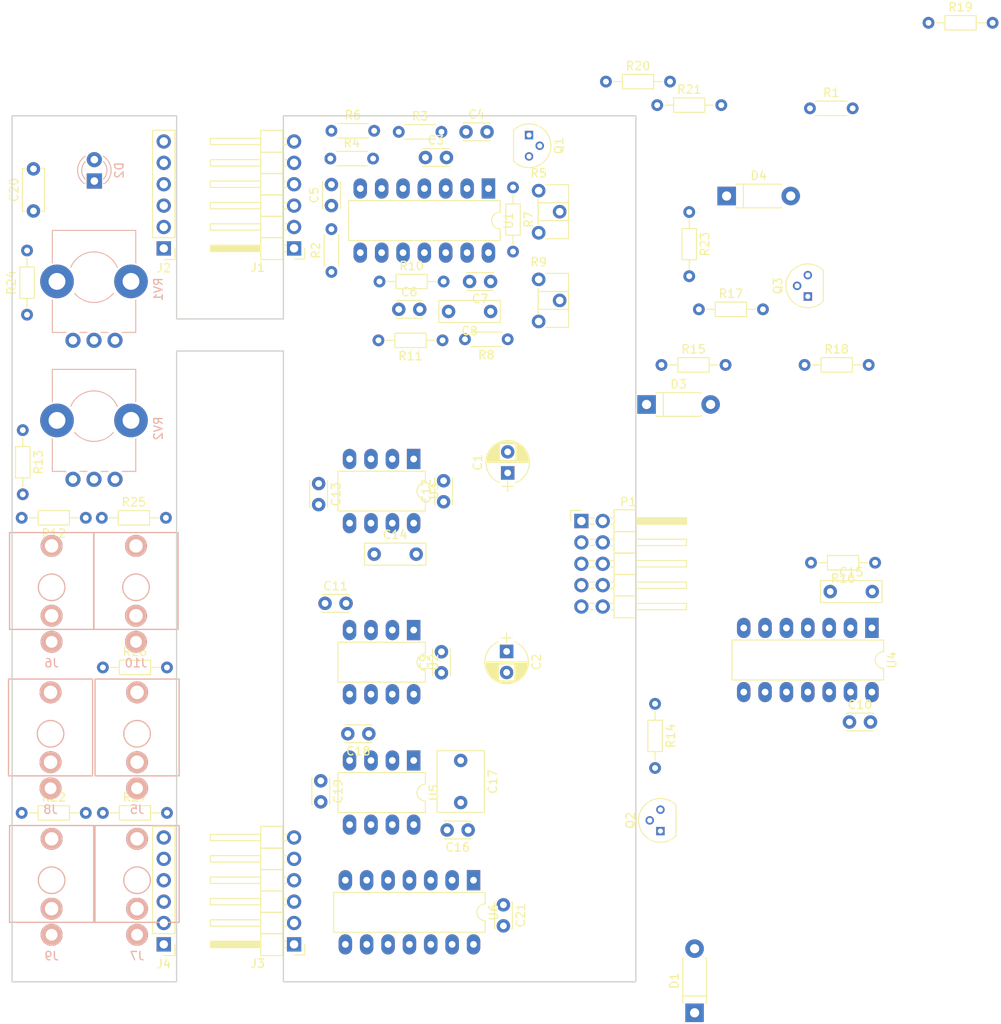
<source format=kicad_pcb>
(kicad_pcb (version 4) (host pcbnew 4.0.6-e0-6349~53~ubuntu16.04.1)
  (layers (0 F.Cu signal) (31 B.Cu signal) (36 B.SilkS user) (37 F.SilkS user) (38 B.Mask user) (39 F.Mask user) (44 Edge.Cuts user))
  (net 0 "")
  (net 1 VCC)
  (net 2 GND)
  (net 3 "Net-(C4-Pad2)")
  (net 4 VEE)
  (net 5 "Net-(C15-Pad1)")
  (net 6 /sampleAndHold/gate_input)
  (net 7 "Net-(D4-Pad2)")
  (net 8 /panel/signal_in)
  (net 9 /panel/gate_input)
  (net 10 "Net-(J5-Pad2)")
  (net 11 /panel/to_glide_pot)
  (net 12 /sampleAndHold/signal_in)
  (net 13 /sampleAndHold/to_glide_pot)
  (net 14 "Net-(Q1-Pad3)")
  (net 15 "Net-(Q2-Pad3)")
  (net 16 "Net-(Q3-Pad2)")
  (net 17 /LFO/to_rate_pot)
  (net 18 /LFO/from_rate_pot)
  (net 19 "Net-(C4-Pad1)")
  (net 20 "Net-(C5-Pad1)")
  (net 21 "Net-(C5-Pad2)")
  (net 22 "Net-(C7-Pad1)")
  (net 23 "Net-(C7-Pad2)")
  (net 24 "Net-(C8-Pad2)")
  (net 25 "Net-(C14-Pad1)")
  (net 26 "Net-(C15-Pad2)")
  (net 27 /LFO/from_glide_pot)
  (net 28 /panel/ground)
  (net 29 /panel/to_LED)
  (net 30 "Net-(D3-Pad1)")
  (net 31 "Net-(D3-Pad2)")
  (net 32 /panel/from_glide_pot)
  (net 33 /panel/from_rate_pot)
  (net 34 /panel/to_rate_pot)
  (net 35 /LFO/LFO_out)
  (net 36 /LFO/pink_noise_out)
  (net 37 /LFO/white_noise_out)
  (net 38 /panel/LFO_out)
  (net 39 /panel/pink_noise_out)
  (net 40 /panel/white_noise_out)
  (net 41 "Net-(J7-Pad2)")
  (net 42 "Net-(J9-Pad2)")
  (net 43 /panel/CV_out)
  (net 44 "Net-(J10-Pad2)")
  (net 45 "Net-(Q3-Pad3)")
  (net 46 /LFO/to_LED)
  (net 47 "Net-(R2-Pad1)")
  (net 48 "Net-(R4-Pad1)")
  (net 49 /LFO/whiteNoise_out_preBuffer)
  (net 50 "Net-(R8-Pad1)")
  (net 51 /LFO/pinkNoise_out_preBuffer)
  (net 52 "Net-(R16-Pad1)")
  (net 53 "Net-(R19-Pad1)")
  (net 54 /LFO/CV_out)
  (net 55 "Net-(U2-Pad1)")
  (net 56 "Net-(U2-Pad5)")
  (net 57 "Net-(U3-Pad8)")
  (net 58 "Net-(U4-Pad11)")
  (net 59 "Net-(U4-Pad13)")
  (net 60 "Net-(J5-Pad3)")
  (net 61 "Net-(J6-Pad3)")
  (net 62 "Net-(J7-Pad3)")
  (net 63 "Net-(J8-Pad2)")
  (net 64 "Net-(J10-Pad3)")
  (net 65 "Net-(R24-Pad1)")
  (module Capacitors_THT:C_Disc_D3.0mm_W2.0mm_P2.50mm (layer F.Cu) (at 85.471 40.513)
    (fp_text reference C3 (at 1.25 -2.06) (layer F.SilkS))
    (fp_text value 100nF)
    (pad 1 thru_hole circle (at 0 0) (size 1.6 1.6) (drill 0.8) (layers *.Cu *.Mask) (net 1 VCC))
    (pad 2 thru_hole circle (at 2.5 0) (size 1.6 1.6) (drill 0.8) (layers *.Cu *.Mask) (net 2 GND))
  )
  (module Capacitors_THT:C_Disc_D3.0mm_W2.0mm_P2.50mm (layer F.Cu) (at 74.295 46.228 90)
    (fp_text reference C5 (at 1.25 -2.06 90) (layer F.SilkS))
    (fp_text value 100nF)
    (pad 1 thru_hole circle (at 0 0 90) (size 1.6 1.6) (drill 0.8) (layers *.Cu *.Mask) (net 20 "Net-(C5-Pad1)"))
    (pad 2 thru_hole circle (at 2.5 0 90) (size 1.6 1.6) (drill 0.8) (layers *.Cu *.Mask) (net 21 "Net-(C5-Pad2)"))
  )
  (module Capacitors_THT:C_Disc_D3.0mm_W2.0mm_P2.50mm (layer F.Cu) (at 82.296 58.547)
    (fp_text reference C6 (at 1.25 -2.06) (layer F.SilkS))
    (fp_text value 100nF)
    (pad 1 thru_hole circle (at 0 0) (size 1.6 1.6) (drill 0.8) (layers *.Cu *.Mask) (net 2 GND))
    (pad 2 thru_hole circle (at 2.5 0) (size 1.6 1.6) (drill 0.8) (layers *.Cu *.Mask) (net 4 VEE))
  )
  (module Capacitors_THT:C_Disc_D3.0mm_W2.0mm_P2.50mm (layer F.Cu) (at 135.89 107.569)
    (fp_text reference C10 (at 1.25 -2.06) (layer F.SilkS))
    (fp_text value 100nF)
    (pad 1 thru_hole circle (at 0 0) (size 1.6 1.6) (drill 0.8) (layers *.Cu *.Mask) (net 2 GND))
    (pad 2 thru_hole circle (at 2.5 0) (size 1.6 1.6) (drill 0.8) (layers *.Cu *.Mask) (net 1 VCC))
  )
  (module Capacitors_THT:C_Disc_D3.0mm_W2.0mm_P2.50mm (layer F.Cu) (at 73.533 93.472)
    (fp_text reference C11 (at 1.25 -2.06) (layer F.SilkS))
    (fp_text value 100nF)
    (pad 1 thru_hole circle (at 0 0) (size 1.6 1.6) (drill 0.8) (layers *.Cu *.Mask) (net 2 GND))
    (pad 2 thru_hole circle (at 2.5 0) (size 1.6 1.6) (drill 0.8) (layers *.Cu *.Mask) (net 4 VEE))
  )
  (module Capacitors_THT:C_Disc_D3.0mm_W2.0mm_P2.50mm (layer F.Cu) (at 87.63 81.407 90)
    (fp_text reference C12 (at 1.25 -2.06 90) (layer F.SilkS))
    (fp_text value 100nF)
    (pad 1 thru_hole circle (at 0 0 90) (size 1.6 1.6) (drill 0.8) (layers *.Cu *.Mask) (net 2 GND))
    (pad 2 thru_hole circle (at 2.5 0 90) (size 1.6 1.6) (drill 0.8) (layers *.Cu *.Mask) (net 1 VCC))
  )
  (module Capacitors_THT:C_Disc_D3.0mm_W2.0mm_P2.50mm (layer F.Cu) (at 72.771 79.248 270)
    (fp_text reference C13 (at 1.25 -2.06 270) (layer F.SilkS))
    (fp_text value 100nF)
    (pad 1 thru_hole circle (at 0 0 270) (size 1.6 1.6) (drill 0.8) (layers *.Cu *.Mask) (net 4 VEE))
    (pad 2 thru_hole circle (at 2.5 0 270) (size 1.6 1.6) (drill 0.8) (layers *.Cu *.Mask) (net 2 GND))
  )
  (module Capacitors_THT:C_Rect_L7.2mm_W2.5mm_P5.00mm_FKS2_FKP2_MKS2_MKP2 (layer F.Cu) (at 133.604 92.075)
    (fp_text reference C15 (at 2.5 -2.31) (layer F.SilkS))
    (fp_text value 1nF)
    (pad 1 thru_hole circle (at 0 0) (size 1.6 1.6) (drill 0.8) (layers *.Cu *.Mask) (net 5 "Net-(C15-Pad1)"))
    (pad 2 thru_hole circle (at 5 0) (size 1.6 1.6) (drill 0.8) (layers *.Cu *.Mask) (net 26 "Net-(C15-Pad2)"))
  )
  (module Capacitors_THT:C_Disc_D3.0mm_W2.0mm_P2.50mm (layer F.Cu) (at 78.74 108.966 180)
    (fp_text reference C18 (at 1.25 -2.06 180) (layer F.SilkS))
    (fp_text value 100nF)
    (pad 1 thru_hole circle (at 0 0 180) (size 1.6 1.6) (drill 0.8) (layers *.Cu *.Mask) (net 2 GND))
    (pad 2 thru_hole circle (at 2.5 0 180) (size 1.6 1.6) (drill 0.8) (layers *.Cu *.Mask) (net 4 VEE))
  )
  (module Capacitors_THT:C_Disc_D3.0mm_W2.0mm_P2.50mm (layer F.Cu) (at 94.742 129.286 270)
    (fp_text reference C21 (at 1.25 -2.06 270) (layer F.SilkS))
    (fp_text value 100nF)
    (pad 1 thru_hole circle (at 0 0 270) (size 1.6 1.6) (drill 0.8) (layers *.Cu *.Mask) (net 2 GND))
    (pad 2 thru_hole circle (at 2.5 0 270) (size 1.6 1.6) (drill 0.8) (layers *.Cu *.Mask) (net 4 VEE))
  )
  (module thonkiconnpretty_144:Thonkiconn (layer B.Cu) (at 51.181 108.966 180)
    (fp_text reference J5 (at 0 -9 180) (layer B.SilkS) (effects (justify mirror)))
    (fp_text value whiteOut)
    (pad "" thru_hole circle (at 0 0 180) (size 3 3) (drill 3) (layers *.Cu *.Mask B.SilkS))
    (pad 3 thru_hole circle (at 0 4.92 180) (size 2.6 2.6) (drill 1.6) (layers *.Cu *.Mask B.SilkS) (net 60 "Net-(J5-Pad3)"))
    (pad 2 thru_hole circle (at 0 -3.38 180) (size 2.6 2.6) (drill 1.6) (layers *.Cu *.Mask B.SilkS) (net 10 "Net-(J5-Pad2)"))
    (pad 1 thru_hole circle (at 0 -6.48 180) (size 2.6 2.6) (drill 1.4) (layers *.Cu *.Mask B.SilkS) (net 28 /panel/ground))
  )
  (module thonkiconnpretty_144:Thonkiconn (layer B.Cu) (at 41.021 91.567 180)
    (fp_text reference J6 (at 0 -9 180) (layer B.SilkS) (effects (justify mirror)))
    (fp_text value signalIn)
    (pad "" thru_hole circle (at 0 0 180) (size 3 3) (drill 3) (layers *.Cu *.Mask B.SilkS))
    (pad 3 thru_hole circle (at 0 4.92 180) (size 2.6 2.6) (drill 1.6) (layers *.Cu *.Mask B.SilkS) (net 61 "Net-(J6-Pad3)"))
    (pad 2 thru_hole circle (at 0 -3.38 180) (size 2.6 2.6) (drill 1.6) (layers *.Cu *.Mask B.SilkS) (net 60 "Net-(J5-Pad3)"))
    (pad 1 thru_hole circle (at 0 -6.48 180) (size 2.6 2.6) (drill 1.4) (layers *.Cu *.Mask B.SilkS) (net 28 /panel/ground))
  )
  (module TO_SOT_Packages_THT:TO-92_Molded_Narrow (layer F.Cu) (at 97.79 37.846 270)
    (fp_text reference Q1 (at 1.27 -3.56 270) (layer F.SilkS))
    (fp_text value 2N3904)
    (pad 2 thru_hole circle (at 1.27 -1.27) (size 1 1) (drill 0.6) (layers *.Cu *.Mask) (net 4 VEE))
    (pad 3 thru_hole circle (at 2.54 0) (size 1 1) (drill 0.6) (layers *.Cu *.Mask) (net 14 "Net-(Q1-Pad3)"))
    (pad 1 thru_hole rect (at 0 0) (size 1 1) (drill 0.6) (layers *.Cu *.Mask) (net 3 "Net-(C4-Pad2)"))
  )
  (module TO_SOT_Packages_THT:TO-92_Molded_Narrow (layer F.Cu) (at 113.411 120.523 90)
    (fp_text reference Q2 (at 1.27 -3.56 90) (layer F.SilkS))
    (fp_text value 2N3904)
    (pad 2 thru_hole circle (at 1.27 -1.27 180) (size 1 1) (drill 0.6) (layers *.Cu *.Mask) (net 6 /sampleAndHold/gate_input))
    (pad 3 thru_hole circle (at 2.54 0 180) (size 1 1) (drill 0.6) (layers *.Cu *.Mask) (net 15 "Net-(Q2-Pad3)"))
    (pad 1 thru_hole rect (at 0 0 180) (size 1 1) (drill 0.6) (layers *.Cu *.Mask) (net 2 GND))
  )
  (module TO_SOT_Packages_THT:TO-92_Molded_Narrow (layer F.Cu) (at 130.937 57.023 90)
    (fp_text reference Q3 (at 1.27 -3.56 90) (layer F.SilkS))
    (fp_text value 2N3904)
    (pad 2 thru_hole circle (at 1.27 -1.27 180) (size 1 1) (drill 0.6) (layers *.Cu *.Mask) (net 16 "Net-(Q3-Pad2)"))
    (pad 3 thru_hole circle (at 2.54 0 180) (size 1 1) (drill 0.6) (layers *.Cu *.Mask) (net 45 "Net-(Q3-Pad3)"))
    (pad 1 thru_hole rect (at 0 0 180) (size 1 1) (drill 0.6) (layers *.Cu *.Mask) (net 46 /LFO/to_LED))
  )
  (module Resistors_THT:R_Axial_DIN0204_L3.6mm_D1.6mm_P5.08mm_Horizontal (layer F.Cu) (at 131.191 34.671)
    (fp_text reference R1 (at 2.54 -1.86) (layer F.SilkS))
    (fp_text value 1M)
    (pad 1 thru_hole circle (at 0 0) (size 1.4 1.4) (drill 0.7) (layers *.Cu *.Mask) (net 1 VCC))
    (pad 2 thru_hole oval (at 5.08 0) (size 1.4 1.4) (drill 0.7) (layers *.Cu *.Mask) (net 3 "Net-(C4-Pad2)"))
  )
  (module Resistors_THT:R_Axial_DIN0204_L3.6mm_D1.6mm_P5.08mm_Horizontal (layer F.Cu) (at 74.295 54.102 90)
    (fp_text reference R2 (at 2.54 -1.86 90) (layer F.SilkS))
    (fp_text value 10K)
    (pad 1 thru_hole circle (at 0 0 90) (size 1.4 1.4) (drill 0.7) (layers *.Cu *.Mask) (net 47 "Net-(R2-Pad1)"))
    (pad 2 thru_hole oval (at 5.08 0 90) (size 1.4 1.4) (drill 0.7) (layers *.Cu *.Mask) (net 20 "Net-(C5-Pad1)"))
  )
  (module Resistors_THT:R_Axial_DIN0204_L3.6mm_D1.6mm_P5.08mm_Horizontal (layer F.Cu) (at 82.296 37.465)
    (fp_text reference R3 (at 2.54 -1.86) (layer F.SilkS))
    (fp_text value 2M2)
    (pad 1 thru_hole circle (at 0 0) (size 1.4 1.4) (drill 0.7) (layers *.Cu *.Mask) (net 19 "Net-(C4-Pad1)"))
    (pad 2 thru_hole oval (at 5.08 0) (size 1.4 1.4) (drill 0.7) (layers *.Cu *.Mask) (net 2 GND))
  )
  (module Resistors_THT:R_Axial_DIN0204_L3.6mm_D1.6mm_P5.08mm_Horizontal (layer F.Cu) (at 74.168 40.64)
    (fp_text reference R4 (at 2.54 -1.86) (layer F.SilkS))
    (fp_text value 10K)
    (pad 1 thru_hole circle (at 0 0) (size 1.4 1.4) (drill 0.7) (layers *.Cu *.Mask) (net 48 "Net-(R4-Pad1)"))
    (pad 2 thru_hole oval (at 5.08 0) (size 1.4 1.4) (drill 0.7) (layers *.Cu *.Mask) (net 2 GND))
  )
  (module Resistors_THT:R_Axial_DIN0204_L3.6mm_D1.6mm_P5.08mm_Horizontal (layer F.Cu) (at 74.295 37.338)
    (fp_text reference R6 (at 2.54 -1.86) (layer F.SilkS))
    (fp_text value 470K)
    (pad 1 thru_hole circle (at 0 0) (size 1.4 1.4) (drill 0.7) (layers *.Cu *.Mask) (net 21 "Net-(C5-Pad2)"))
    (pad 2 thru_hole oval (at 5.08 0) (size 1.4 1.4) (drill 0.7) (layers *.Cu *.Mask) (net 48 "Net-(R4-Pad1)"))
  )
  (module Resistors_THT:R_Axial_DIN0204_L3.6mm_D1.6mm_P5.08mm_Horizontal (layer F.Cu) (at 95.25 62.103 180)
    (fp_text reference R8 (at 2.54 -1.86 180) (layer F.SilkS))
    (fp_text value 10K)
    (pad 1 thru_hole circle (at 0 0 180) (size 1.4 1.4) (drill 0.7) (layers *.Cu *.Mask) (net 50 "Net-(R8-Pad1)"))
    (pad 2 thru_hole oval (at 5.08 0 180) (size 1.4 1.4) (drill 0.7) (layers *.Cu *.Mask) (net 22 "Net-(C7-Pad1)"))
  )
  (module Resistors_THT:R_Axial_DIN0204_L3.6mm_D1.6mm_P7.62mm_Horizontal (layer F.Cu) (at 112.776 105.41 270)
    (fp_text reference R14 (at 3.81 -1.86 270) (layer F.SilkS))
    (fp_text value 10K)
    (pad 1 thru_hole circle (at 0 0 270) (size 1.4 1.4) (drill 0.7) (layers *.Cu *.Mask) (net 1 VCC))
    (pad 2 thru_hole oval (at 7.62 0 270) (size 1.4 1.4) (drill 0.7) (layers *.Cu *.Mask) (net 15 "Net-(Q2-Pad3)"))
  )
  (module Resistors_THT:R_Axial_DIN0204_L3.6mm_D1.6mm_P7.62mm_Horizontal (layer F.Cu) (at 113.538 65.151)
    (fp_text reference R15 (at 3.81 -1.86) (layer F.SilkS))
    (fp_text value 1M)
    (pad 1 thru_hole circle (at 0 0) (size 1.4 1.4) (drill 0.7) (layers *.Cu *.Mask) (net 6 /sampleAndHold/gate_input))
    (pad 2 thru_hole oval (at 7.62 0) (size 1.4 1.4) (drill 0.7) (layers *.Cu *.Mask) (net 2 GND))
  )
  (module Resistors_THT:R_Axial_DIN0204_L3.6mm_D1.6mm_P7.62mm_Horizontal (layer F.Cu) (at 138.938 88.646 180)
    (fp_text reference R16 (at 3.81 -1.86 180) (layer F.SilkS))
    (fp_text value 1K5)
    (pad 1 thru_hole circle (at 0 0 180) (size 1.4 1.4) (drill 0.7) (layers *.Cu *.Mask) (net 52 "Net-(R16-Pad1)"))
    (pad 2 thru_hole oval (at 7.62 0 180) (size 1.4 1.4) (drill 0.7) (layers *.Cu *.Mask) (net 5 "Net-(C15-Pad1)"))
  )
  (module Resistors_THT:R_Axial_DIN0204_L3.6mm_D1.6mm_P7.62mm_Horizontal (layer F.Cu) (at 117.983 58.547)
    (fp_text reference R17 (at 3.81 -1.86) (layer F.SilkS))
    (fp_text value 2K)
    (pad 1 thru_hole circle (at 0 0) (size 1.4 1.4) (drill 0.7) (layers *.Cu *.Mask) (net 45 "Net-(Q3-Pad3)"))
    (pad 2 thru_hole oval (at 7.62 0) (size 1.4 1.4) (drill 0.7) (layers *.Cu *.Mask) (net 1 VCC))
  )
  (module Resistors_THT:R_Axial_DIN0204_L3.6mm_D1.6mm_P7.62mm_Horizontal (layer F.Cu) (at 130.556 65.151)
    (fp_text reference R18 (at 3.81 -1.86) (layer F.SilkS))
    (fp_text value 100K)
    (pad 1 thru_hole circle (at 0 0) (size 1.4 1.4) (drill 0.7) (layers *.Cu *.Mask) (net 16 "Net-(Q3-Pad2)"))
    (pad 2 thru_hole oval (at 7.62 0) (size 1.4 1.4) (drill 0.7) (layers *.Cu *.Mask) (net 30 "Net-(D3-Pad1)"))
  )
  (module Resistors_THT:R_Axial_DIN0204_L3.6mm_D1.6mm_P7.62mm_Horizontal (layer F.Cu) (at 145.288 24.511)
    (fp_text reference R19 (at 3.81 -1.86) (layer F.SilkS))
    (fp_text value 100K)
    (pad 1 thru_hole circle (at 0 0) (size 1.4 1.4) (drill 0.7) (layers *.Cu *.Mask) (net 53 "Net-(R19-Pad1)"))
    (pad 2 thru_hole oval (at 7.62 0) (size 1.4 1.4) (drill 0.7) (layers *.Cu *.Mask) (net 2 GND))
  )
  (module Resistors_THT:R_Axial_DIN0204_L3.6mm_D1.6mm_P7.62mm_Horizontal (layer F.Cu) (at 106.934 31.496)
    (fp_text reference R20 (at 3.81 -1.86) (layer F.SilkS))
    (fp_text value 100K)
    (pad 1 thru_hole circle (at 0 0) (size 1.4 1.4) (drill 0.7) (layers *.Cu *.Mask) (net 18 /LFO/from_rate_pot))
    (pad 2 thru_hole oval (at 7.62 0) (size 1.4 1.4) (drill 0.7) (layers *.Cu *.Mask) (net 53 "Net-(R19-Pad1)"))
  )
  (module Resistors_THT:R_Axial_DIN0204_L3.6mm_D1.6mm_P7.62mm_Horizontal (layer F.Cu) (at 113.03 34.29)
    (fp_text reference R21 (at 3.81 -1.86) (layer F.SilkS))
    (fp_text value 22K)
    (pad 1 thru_hole circle (at 0 0) (size 1.4 1.4) (drill 0.7) (layers *.Cu *.Mask) (net 7 "Net-(D4-Pad2)"))
    (pad 2 thru_hole oval (at 7.62 0) (size 1.4 1.4) (drill 0.7) (layers *.Cu *.Mask) (net 18 /LFO/from_rate_pot))
  )
  (module Resistors_THT:R_Axial_DIN0204_L3.6mm_D1.6mm_P7.62mm_Horizontal (layer F.Cu) (at 116.84 46.99 270)
    (fp_text reference R23 (at 3.81 -1.86 270) (layer F.SilkS))
    (fp_text value 10K)
    (pad 1 thru_hole circle (at 0 0 270) (size 1.4 1.4) (drill 0.7) (layers *.Cu *.Mask) (net 30 "Net-(D3-Pad1)"))
    (pad 2 thru_hole oval (at 7.62 0 270) (size 1.4 1.4) (drill 0.7) (layers *.Cu *.Mask) (net 7 "Net-(D4-Pad2)"))
  )
  (module Potentiometers:Potentiometer_Alps_RK09K_Horizontal (layer B.Cu) (at 43.561 62.23 90)
    (fp_text reference RV1 (at 6.05 10.15 90) (layer B.SilkS) (effects (justify mirror)))
    (fp_text value "1M lin")
    (pad 3 thru_hole circle (at 0 5 90) (size 1.8 1.8) (drill 1) (layers *.Cu *.Mask) (net 65 "Net-(R24-Pad1)"))
    (pad 2 thru_hole circle (at 0 2.5 90) (size 1.8 1.8) (drill 1) (layers *.Cu *.Mask) (net 33 /panel/from_rate_pot))
    (pad 1 thru_hole circle (at 0 0 90) (size 1.8 1.8) (drill 1) (layers *.Cu *.Mask) (net 33 /panel/from_rate_pot))
    (pad 0 np_thru_hole circle (at 7 6.9 90) (size 4 4) (drill 2) (layers *.Cu *.Mask))
    (pad 0 np_thru_hole circle (at 7 -1.9 90) (size 4 4) (drill 2) (layers *.Cu *.Mask))
  )
  (module Potentiometers:Potentiometer_Alps_RK09K_Horizontal (layer B.Cu) (at 43.561 78.74 90)
    (fp_text reference RV2 (at 6.05 10.15 90) (layer B.SilkS) (effects (justify mirror)))
    (fp_text value "470K lin")
    (pad 3 thru_hole circle (at 0 5 90) (size 1.8 1.8) (drill 1) (layers *.Cu *.Mask) (net 11 /panel/to_glide_pot))
    (pad 2 thru_hole circle (at 0 2.5 90) (size 1.8 1.8) (drill 1) (layers *.Cu *.Mask) (net 11 /panel/to_glide_pot))
    (pad 1 thru_hole circle (at 0 0 90) (size 1.8 1.8) (drill 1) (layers *.Cu *.Mask) (net 32 /panel/from_glide_pot))
    (pad 0 np_thru_hole circle (at 7 6.9 90) (size 4 4) (drill 2) (layers *.Cu *.Mask))
    (pad 0 np_thru_hole circle (at 7 -1.9 90) (size 4 4) (drill 2) (layers *.Cu *.Mask))
  )
  (module Diodes_THT:D_DO-41_SOD81_P7.62mm_Horizontal (layer F.Cu) (at 117.475 142.113 90)
    (fp_text reference D1 (at 3.81 -2.41 90) (layer F.SilkS))
    (fp_text value 1N4148)
    (pad 1 thru_hole rect (at 0 0 90) (size 2.2 2.2) (drill 1.1) (layers *.Cu *.Mask) (net 6 /sampleAndHold/gate_input))
    (pad 2 thru_hole oval (at 7.62 0 90) (size 2.2 2.2) (drill 1.1) (layers *.Cu *.Mask) (net 2 GND))
  )
  (module Diodes_THT:D_DO-41_SOD81_P7.62mm_Horizontal (layer F.Cu) (at 111.76 69.85)
    (fp_text reference D3 (at 3.81 -2.41) (layer F.SilkS))
    (fp_text value 1N4148)
    (pad 1 thru_hole rect (at 0 0) (size 2.2 2.2) (drill 1.1) (layers *.Cu *.Mask) (net 30 "Net-(D3-Pad1)"))
    (pad 2 thru_hole oval (at 7.62 0) (size 2.2 2.2) (drill 1.1) (layers *.Cu *.Mask) (net 31 "Net-(D3-Pad2)"))
  )
  (module Housings_DIP:DIP-14_W7.62mm_LongPads (layer F.Cu) (at 92.964 44.196 270)
    (fp_text reference U1 (at 3.81 -2.39 270) (layer F.SilkS))
    (fp_text value TL074)
    (pad 1 thru_hole rect (at 0 0 270) (size 2.4 1.6) (drill 0.8) (layers *.Cu *.Mask) (net 49 /LFO/whiteNoise_out_preBuffer))
    (pad 8 thru_hole oval (at 7.62 15.24 270) (size 2.4 1.6) (drill 0.8) (layers *.Cu *.Mask) (net 51 /LFO/pinkNoise_out_preBuffer))
    (pad 2 thru_hole oval (at 0 2.54 270) (size 2.4 1.6) (drill 0.8) (layers *.Cu *.Mask) (net 47 "Net-(R2-Pad1)"))
    (pad 9 thru_hole oval (at 7.62 12.7 270) (size 2.4 1.6) (drill 0.8) (layers *.Cu *.Mask) (net 50 "Net-(R8-Pad1)"))
    (pad 3 thru_hole oval (at 0 5.08 270) (size 2.4 1.6) (drill 0.8) (layers *.Cu *.Mask) (net 2 GND))
    (pad 10 thru_hole oval (at 7.62 10.16 270) (size 2.4 1.6) (drill 0.8) (layers *.Cu *.Mask) (net 2 GND))
    (pad 4 thru_hole oval (at 0 7.62 270) (size 2.4 1.6) (drill 0.8) (layers *.Cu *.Mask) (net 1 VCC))
    (pad 11 thru_hole oval (at 7.62 7.62 270) (size 2.4 1.6) (drill 0.8) (layers *.Cu *.Mask) (net 4 VEE))
    (pad 5 thru_hole oval (at 0 10.16 270) (size 2.4 1.6) (drill 0.8) (layers *.Cu *.Mask) (net 19 "Net-(C4-Pad1)"))
    (pad 12 thru_hole oval (at 7.62 5.08 270) (size 2.4 1.6) (drill 0.8) (layers *.Cu *.Mask) (net 2 GND))
    (pad 6 thru_hole oval (at 0 12.7 270) (size 2.4 1.6) (drill 0.8) (layers *.Cu *.Mask) (net 48 "Net-(R4-Pad1)"))
    (pad 13 thru_hole oval (at 7.62 2.54 270) (size 2.4 1.6) (drill 0.8) (layers *.Cu *.Mask) (net 23 "Net-(C7-Pad2)"))
    (pad 7 thru_hole oval (at 0 15.24 270) (size 2.4 1.6) (drill 0.8) (layers *.Cu *.Mask) (net 21 "Net-(C5-Pad2)"))
    (pad 14 thru_hole oval (at 7.62 0 270) (size 2.4 1.6) (drill 0.8) (layers *.Cu *.Mask) (net 22 "Net-(C7-Pad1)"))
  )
  (module Housings_DIP:DIP-8_W7.62mm_LongPads (layer F.Cu) (at 84.074 76.327 270)
    (fp_text reference U3 (at 3.81 -2.39 270) (layer F.SilkS))
    (fp_text value LF398)
    (pad 1 thru_hole rect (at 0 0 270) (size 2.4 1.6) (drill 0.8) (layers *.Cu *.Mask) (net 1 VCC))
    (pad 5 thru_hole oval (at 7.62 7.62 270) (size 2.4 1.6) (drill 0.8) (layers *.Cu *.Mask) (net 56 "Net-(U2-Pad5)"))
    (pad 2 thru_hole oval (at 0 2.54 270) (size 2.4 1.6) (drill 0.8) (layers *.Cu *.Mask))
    (pad 6 thru_hole oval (at 7.62 5.08 270) (size 2.4 1.6) (drill 0.8) (layers *.Cu *.Mask) (net 25 "Net-(C14-Pad1)"))
    (pad 3 thru_hole oval (at 0 5.08 270) (size 2.4 1.6) (drill 0.8) (layers *.Cu *.Mask) (net 55 "Net-(U2-Pad1)"))
    (pad 7 thru_hole oval (at 7.62 2.54 270) (size 2.4 1.6) (drill 0.8) (layers *.Cu *.Mask) (net 2 GND))
    (pad 4 thru_hole oval (at 0 7.62 270) (size 2.4 1.6) (drill 0.8) (layers *.Cu *.Mask) (net 4 VEE))
    (pad 8 thru_hole oval (at 7.62 0 270) (size 2.4 1.6) (drill 0.8) (layers *.Cu *.Mask) (net 57 "Net-(U3-Pad8)"))
  )
  (module Housings_DIP:DIP-8_W7.62mm_LongPads (layer F.Cu) (at 84.074 112.141 270)
    (fp_text reference U5 (at 3.81 -2.39 270) (layer F.SilkS))
    (fp_text value TL072)
    (pad 1 thru_hole rect (at 0 0 270) (size 2.4 1.6) (drill 0.8) (layers *.Cu *.Mask) (net 31 "Net-(D3-Pad2)"))
    (pad 5 thru_hole oval (at 7.62 7.62 270) (size 2.4 1.6) (drill 0.8) (layers *.Cu *.Mask) (net 53 "Net-(R19-Pad1)"))
    (pad 2 thru_hole oval (at 0 2.54 270) (size 2.4 1.6) (drill 0.8) (layers *.Cu *.Mask) (net 7 "Net-(D4-Pad2)"))
    (pad 6 thru_hole oval (at 7.62 5.08 270) (size 2.4 1.6) (drill 0.8) (layers *.Cu *.Mask) (net 17 /LFO/to_rate_pot))
    (pad 3 thru_hole oval (at 0 5.08 270) (size 2.4 1.6) (drill 0.8) (layers *.Cu *.Mask) (net 2 GND))
    (pad 7 thru_hole oval (at 7.62 2.54 270) (size 2.4 1.6) (drill 0.8) (layers *.Cu *.Mask) (net 18 /LFO/from_rate_pot))
    (pad 4 thru_hole oval (at 0 7.62 270) (size 2.4 1.6) (drill 0.8) (layers *.Cu *.Mask) (net 4 VEE))
    (pad 8 thru_hole oval (at 7.62 0 270) (size 2.4 1.6) (drill 0.8) (layers *.Cu *.Mask) (net 1 VCC))
  )
  (module Housings_DIP:DIP-14_W7.62mm_LongPads (layer F.Cu) (at 91.186 126.365 270)
    (fp_text reference U6 (at 3.81 -2.39 270) (layer F.SilkS))
    (fp_text value TL074)
    (pad 1 thru_hole rect (at 0 0 270) (size 2.4 1.6) (drill 0.8) (layers *.Cu *.Mask) (net 35 /LFO/LFO_out))
    (pad 8 thru_hole oval (at 7.62 15.24 270) (size 2.4 1.6) (drill 0.8) (layers *.Cu *.Mask) (net 37 /LFO/white_noise_out))
    (pad 2 thru_hole oval (at 0 2.54 270) (size 2.4 1.6) (drill 0.8) (layers *.Cu *.Mask) (net 35 /LFO/LFO_out))
    (pad 9 thru_hole oval (at 7.62 12.7 270) (size 2.4 1.6) (drill 0.8) (layers *.Cu *.Mask) (net 37 /LFO/white_noise_out))
    (pad 3 thru_hole oval (at 0 5.08 270) (size 2.4 1.6) (drill 0.8) (layers *.Cu *.Mask) (net 30 "Net-(D3-Pad1)"))
    (pad 10 thru_hole oval (at 7.62 10.16 270) (size 2.4 1.6) (drill 0.8) (layers *.Cu *.Mask) (net 49 /LFO/whiteNoise_out_preBuffer))
    (pad 4 thru_hole oval (at 0 7.62 270) (size 2.4 1.6) (drill 0.8) (layers *.Cu *.Mask) (net 1 VCC))
    (pad 11 thru_hole oval (at 7.62 7.62 270) (size 2.4 1.6) (drill 0.8) (layers *.Cu *.Mask) (net 4 VEE))
    (pad 5 thru_hole oval (at 0 10.16 270) (size 2.4 1.6) (drill 0.8) (layers *.Cu *.Mask) (net 27 /LFO/from_glide_pot))
    (pad 12 thru_hole oval (at 7.62 5.08 270) (size 2.4 1.6) (drill 0.8) (layers *.Cu *.Mask) (net 51 /LFO/pinkNoise_out_preBuffer))
    (pad 6 thru_hole oval (at 0 12.7 270) (size 2.4 1.6) (drill 0.8) (layers *.Cu *.Mask) (net 54 /LFO/CV_out))
    (pad 13 thru_hole oval (at 7.62 2.54 270) (size 2.4 1.6) (drill 0.8) (layers *.Cu *.Mask) (net 36 /LFO/pink_noise_out))
    (pad 7 thru_hole oval (at 0 15.24 270) (size 2.4 1.6) (drill 0.8) (layers *.Cu *.Mask) (net 54 /LFO/CV_out))
    (pad 14 thru_hole oval (at 7.62 0 270) (size 2.4 1.6) (drill 0.8) (layers *.Cu *.Mask) (net 36 /LFO/pink_noise_out))
  )
  (module Capacitors_THT:CP_Radial_D5.0mm_P2.50mm (layer F.Cu) (at 95.25 77.978 90)
    (fp_text reference C1 (at 1.25 -3.56 90) (layer F.SilkS))
    (fp_text value 10uF)
    (pad 1 thru_hole rect (at 0 0 90) (size 1.6 1.6) (drill 0.8) (layers *.Cu *.Mask) (net 1 VCC))
    (pad 2 thru_hole circle (at 2.5 0 90) (size 1.6 1.6) (drill 0.8) (layers *.Cu *.Mask) (net 2 GND))
  )
  (module Capacitors_THT:CP_Radial_D5.0mm_P2.50mm (layer F.Cu) (at 95.123 99.187 270)
    (fp_text reference C2 (at 1.25 -3.56 270) (layer F.SilkS))
    (fp_text value 10uF)
    (pad 1 thru_hole rect (at 0 0 270) (size 1.6 1.6) (drill 0.8) (layers *.Cu *.Mask) (net 2 GND))
    (pad 2 thru_hole circle (at 2.5 0 270) (size 1.6 1.6) (drill 0.8) (layers *.Cu *.Mask) (net 4 VEE))
  )
  (module Capacitors_THT:C_Disc_D3.0mm_W2.0mm_P2.50mm (layer F.Cu) (at 90.297 37.465)
    (fp_text reference C4 (at 1.25 -2.06) (layer F.SilkS))
    (fp_text value 220nF)
    (pad 1 thru_hole circle (at 0 0) (size 1.6 1.6) (drill 0.8) (layers *.Cu *.Mask) (net 19 "Net-(C4-Pad1)"))
    (pad 2 thru_hole circle (at 2.5 0) (size 1.6 1.6) (drill 0.8) (layers *.Cu *.Mask) (net 3 "Net-(C4-Pad2)"))
  )
  (module Capacitors_THT:C_Disc_D3.0mm_W2.0mm_P2.50mm (layer F.Cu) (at 93.218 55.245 180)
    (fp_text reference C7 (at 1.25 -2.06 180) (layer F.SilkS))
    (fp_text value 1nF)
    (pad 1 thru_hole circle (at 0 0 180) (size 1.6 1.6) (drill 0.8) (layers *.Cu *.Mask) (net 22 "Net-(C7-Pad1)"))
    (pad 2 thru_hole circle (at 2.5 0 180) (size 1.6 1.6) (drill 0.8) (layers *.Cu *.Mask) (net 23 "Net-(C7-Pad2)"))
  )
  (module Capacitors_THT:C_Rect_L7.2mm_W2.5mm_P5.00mm_FKS2_FKP2_MKS2_MKP2 (layer F.Cu) (at 93.218 58.801 180)
    (fp_text reference C8 (at 2.5 -2.31 180) (layer F.SilkS))
    (fp_text value 10nF)
    (pad 1 thru_hole circle (at 0 0 180) (size 1.6 1.6) (drill 0.8) (layers *.Cu *.Mask) (net 22 "Net-(C7-Pad1)"))
    (pad 2 thru_hole circle (at 5 0 180) (size 1.6 1.6) (drill 0.8) (layers *.Cu *.Mask) (net 24 "Net-(C8-Pad2)"))
  )
  (module Capacitors_THT:C_Disc_D3.0mm_W2.0mm_P2.50mm (layer F.Cu) (at 87.376 101.727 90)
    (fp_text reference C9 (at 1.25 -2.06 90) (layer F.SilkS))
    (fp_text value 100nF)
    (pad 1 thru_hole circle (at 0 0 90) (size 1.6 1.6) (drill 0.8) (layers *.Cu *.Mask) (net 2 GND))
    (pad 2 thru_hole circle (at 2.5 0 90) (size 1.6 1.6) (drill 0.8) (layers *.Cu *.Mask) (net 1 VCC))
  )
  (module Capacitors_THT:C_Rect_L7.2mm_W2.5mm_P5.00mm_FKS2_FKP2_MKS2_MKP2 (layer F.Cu) (at 79.375 87.63)
    (fp_text reference C14 (at 2.5 -2.31) (layer F.SilkS))
    (fp_text value "2n2 polybox")
    (pad 1 thru_hole circle (at 0 0) (size 1.6 1.6) (drill 0.8) (layers *.Cu *.Mask) (net 25 "Net-(C14-Pad1)"))
    (pad 2 thru_hole circle (at 5 0) (size 1.6 1.6) (drill 0.8) (layers *.Cu *.Mask) (net 2 GND))
  )
  (module Capacitors_THT:C_Disc_D3.0mm_W2.0mm_P2.50mm (layer F.Cu) (at 90.551 120.396 180)
    (fp_text reference C16 (at 1.25 -2.06 180) (layer F.SilkS))
    (fp_text value 100nF)
    (pad 1 thru_hole circle (at 0 0 180) (size 1.6 1.6) (drill 0.8) (layers *.Cu *.Mask) (net 2 GND))
    (pad 2 thru_hole circle (at 2.5 0 180) (size 1.6 1.6) (drill 0.8) (layers *.Cu *.Mask) (net 1 VCC))
  )
  (module Capacitors_THT:C_Rect_L7.2mm_W5.5mm_P5.00mm_FKS2_FKP2_MKS2_MKP2 (layer F.Cu) (at 89.662 112.141 270)
    (fp_text reference C17 (at 2.5 -3.81 270) (layer F.SilkS))
    (fp_text value 1uF)
    (pad 1 thru_hole circle (at 0 0 270) (size 1.6 1.6) (drill 0.8) (layers *.Cu *.Mask) (net 17 /LFO/to_rate_pot))
    (pad 2 thru_hole circle (at 5 0 270) (size 1.6 1.6) (drill 0.8) (layers *.Cu *.Mask) (net 2 GND))
  )
  (module Capacitors_THT:C_Disc_D3.0mm_W2.0mm_P2.50mm (layer F.Cu) (at 73.025 114.554 270)
    (fp_text reference C19 (at 1.25 -2.06 270) (layer F.SilkS))
    (fp_text value 100nF)
    (pad 1 thru_hole circle (at 0 0 270) (size 1.6 1.6) (drill 0.8) (layers *.Cu *.Mask) (net 2 GND))
    (pad 2 thru_hole circle (at 2.5 0 270) (size 1.6 1.6) (drill 0.8) (layers *.Cu *.Mask) (net 1 VCC))
  )
  (module LEDs:LED_D3.0mm (layer B.Cu) (at 46.101 43.307 90)
    (fp_text reference D2 (at 1.27 2.96 90) (layer B.SilkS) (effects (justify mirror)))
    (fp_text value LED)
    (pad 1 thru_hole rect (at 0 0 90) (size 1.8 1.8) (drill 0.9) (layers *.Cu *.Mask) (net 28 /panel/ground))
    (pad 2 thru_hole circle (at 2.54 0 90) (size 1.8 1.8) (drill 0.9) (layers *.Cu *.Mask) (net 29 /panel/to_LED))
  )
  (module Diodes_THT:D_DO-41_SOD81_P7.62mm_Horizontal (layer F.Cu) (at 121.285 45.085)
    (fp_text reference D4 (at 3.81 -2.41) (layer F.SilkS))
    (fp_text value 1N4148)
    (pad 1 thru_hole rect (at 0 0) (size 2.2 2.2) (drill 1.1) (layers *.Cu *.Mask) (net 31 "Net-(D3-Pad2)"))
    (pad 2 thru_hole oval (at 7.62 0) (size 2.2 2.2) (drill 1.1) (layers *.Cu *.Mask) (net 7 "Net-(D4-Pad2)"))
  )
  (module thonkiconnpretty_144:Thonkiconn (layer B.Cu) (at 51.181 126.365 180)
    (fp_text reference J7 (at 0 -9 180) (layer B.SilkS) (effects (justify mirror)))
    (fp_text value pinkOut)
    (pad "" thru_hole circle (at 0 0 180) (size 3 3) (drill 3) (layers *.Cu *.Mask B.SilkS))
    (pad 3 thru_hole circle (at 0 4.92 180) (size 2.6 2.6) (drill 1.6) (layers *.Cu *.Mask B.SilkS) (net 62 "Net-(J7-Pad3)"))
    (pad 2 thru_hole circle (at 0 -3.38 180) (size 2.6 2.6) (drill 1.6) (layers *.Cu *.Mask B.SilkS) (net 41 "Net-(J7-Pad2)"))
    (pad 1 thru_hole circle (at 0 -6.48 180) (size 2.6 2.6) (drill 1.4) (layers *.Cu *.Mask B.SilkS) (net 28 /panel/ground))
  )
  (module thonkiconnpretty_144:Thonkiconn (layer B.Cu) (at 40.894 108.966 180)
    (fp_text reference J8 (at 0 -9 180) (layer B.SilkS) (effects (justify mirror)))
    (fp_text value gateIn)
    (pad "" thru_hole circle (at 0 0 180) (size 3 3) (drill 3) (layers *.Cu *.Mask B.SilkS))
    (pad 3 thru_hole circle (at 0 4.92 180) (size 2.6 2.6) (drill 1.6) (layers *.Cu *.Mask B.SilkS) (net 9 /panel/gate_input))
    (pad 2 thru_hole circle (at 0 -3.38 180) (size 2.6 2.6) (drill 1.6) (layers *.Cu *.Mask B.SilkS) (net 63 "Net-(J8-Pad2)"))
    (pad 1 thru_hole circle (at 0 -6.48 180) (size 2.6 2.6) (drill 1.4) (layers *.Cu *.Mask B.SilkS) (net 28 /panel/ground))
  )
  (module thonkiconnpretty_144:Thonkiconn (layer B.Cu) (at 41.021 126.365 180)
    (fp_text reference J9 (at 0 -9 180) (layer B.SilkS) (effects (justify mirror)))
    (fp_text value LFOout)
    (pad "" thru_hole circle (at 0 0 180) (size 3 3) (drill 3) (layers *.Cu *.Mask B.SilkS))
    (pad 3 thru_hole circle (at 0 4.92 180) (size 2.6 2.6) (drill 1.6) (layers *.Cu *.Mask B.SilkS) (net 63 "Net-(J8-Pad2)"))
    (pad 2 thru_hole circle (at 0 -3.38 180) (size 2.6 2.6) (drill 1.6) (layers *.Cu *.Mask B.SilkS) (net 42 "Net-(J9-Pad2)"))
    (pad 1 thru_hole circle (at 0 -6.48 180) (size 2.6 2.6) (drill 1.4) (layers *.Cu *.Mask B.SilkS) (net 28 /panel/ground))
  )
  (module thonkiconnpretty_144:Thonkiconn (layer B.Cu) (at 51.054 91.567 180)
    (fp_text reference J10 (at 0 -9 180) (layer B.SilkS) (effects (justify mirror)))
    (fp_text value CVout)
    (pad "" thru_hole circle (at 0 0 180) (size 3 3) (drill 3) (layers *.Cu *.Mask B.SilkS))
    (pad 3 thru_hole circle (at 0 4.92 180) (size 2.6 2.6) (drill 1.6) (layers *.Cu *.Mask B.SilkS) (net 64 "Net-(J10-Pad3)"))
    (pad 2 thru_hole circle (at 0 -3.38 180) (size 2.6 2.6) (drill 1.6) (layers *.Cu *.Mask B.SilkS) (net 44 "Net-(J10-Pad2)"))
    (pad 1 thru_hole circle (at 0 -6.48 180) (size 2.6 2.6) (drill 1.4) (layers *.Cu *.Mask B.SilkS) (net 28 /panel/ground))
  )
  (module Resistors_THT:R_Axial_DIN0204_L3.6mm_D1.6mm_P7.62mm_Horizontal (layer F.Cu) (at 95.885 44.069 270)
    (fp_text reference R7 (at 3.81 -1.86 270) (layer F.SilkS))
    (fp_text value 100K)
    (pad 1 thru_hole circle (at 0 0 270) (size 1.4 1.4) (drill 0.7) (layers *.Cu *.Mask) (net 49 /LFO/whiteNoise_out_preBuffer))
    (pad 2 thru_hole oval (at 7.62 0 270) (size 1.4 1.4) (drill 0.7) (layers *.Cu *.Mask) (net 23 "Net-(C7-Pad2)"))
  )
  (module Housings_DIP:DIP-8_W7.62mm_LongPads (layer F.Cu) (at 84.074 96.647 270)
    (fp_text reference U2 (at 3.81 -2.39 270) (layer F.SilkS))
    (fp_text value TL072)
    (pad 1 thru_hole rect (at 0 0 270) (size 2.4 1.6) (drill 0.8) (layers *.Cu *.Mask) (net 55 "Net-(U2-Pad1)"))
    (pad 5 thru_hole oval (at 7.62 7.62 270) (size 2.4 1.6) (drill 0.8) (layers *.Cu *.Mask) (net 56 "Net-(U2-Pad5)"))
    (pad 2 thru_hole oval (at 0 2.54 270) (size 2.4 1.6) (drill 0.8) (layers *.Cu *.Mask) (net 55 "Net-(U2-Pad1)"))
    (pad 6 thru_hole oval (at 7.62 5.08 270) (size 2.4 1.6) (drill 0.8) (layers *.Cu *.Mask) (net 13 /sampleAndHold/to_glide_pot))
    (pad 3 thru_hole oval (at 0 5.08 270) (size 2.4 1.6) (drill 0.8) (layers *.Cu *.Mask) (net 12 /sampleAndHold/signal_in))
    (pad 7 thru_hole oval (at 7.62 2.54 270) (size 2.4 1.6) (drill 0.8) (layers *.Cu *.Mask) (net 13 /sampleAndHold/to_glide_pot))
    (pad 4 thru_hole oval (at 0 7.62 270) (size 2.4 1.6) (drill 0.8) (layers *.Cu *.Mask) (net 4 VEE))
    (pad 8 thru_hole oval (at 7.62 0 270) (size 2.4 1.6) (drill 0.8) (layers *.Cu *.Mask) (net 1 VCC))
  )
  (module Housings_DIP:DIP-14_W7.62mm_LongPads (layer F.Cu) (at 138.557 96.393 270)
    (fp_text reference U4 (at 3.81 -2.39 270) (layer F.SilkS))
    (fp_text value 4047)
    (pad 1 thru_hole rect (at 0 0 270) (size 2.4 1.6) (drill 0.8) (layers *.Cu *.Mask) (net 26 "Net-(C15-Pad2)"))
    (pad 8 thru_hole oval (at 7.62 15.24 270) (size 2.4 1.6) (drill 0.8) (layers *.Cu *.Mask) (net 1 VCC))
    (pad 2 thru_hole oval (at 0 2.54 270) (size 2.4 1.6) (drill 0.8) (layers *.Cu *.Mask) (net 52 "Net-(R16-Pad1)"))
    (pad 9 thru_hole oval (at 7.62 12.7 270) (size 2.4 1.6) (drill 0.8) (layers *.Cu *.Mask) (net 2 GND))
    (pad 3 thru_hole oval (at 0 5.08 270) (size 2.4 1.6) (drill 0.8) (layers *.Cu *.Mask) (net 5 "Net-(C15-Pad1)"))
    (pad 10 thru_hole oval (at 7.62 10.16 270) (size 2.4 1.6) (drill 0.8) (layers *.Cu *.Mask) (net 57 "Net-(U3-Pad8)"))
    (pad 4 thru_hole oval (at 0 7.62 270) (size 2.4 1.6) (drill 0.8) (layers *.Cu *.Mask) (net 1 VCC))
    (pad 11 thru_hole oval (at 7.62 7.62 270) (size 2.4 1.6) (drill 0.8) (layers *.Cu *.Mask) (net 58 "Net-(U4-Pad11)"))
    (pad 5 thru_hole oval (at 0 10.16 270) (size 2.4 1.6) (drill 0.8) (layers *.Cu *.Mask) (net 2 GND))
    (pad 12 thru_hole oval (at 7.62 5.08 270) (size 2.4 1.6) (drill 0.8) (layers *.Cu *.Mask) (net 2 GND))
    (pad 6 thru_hole oval (at 0 12.7 270) (size 2.4 1.6) (drill 0.8) (layers *.Cu *.Mask) (net 15 "Net-(Q2-Pad3)"))
    (pad 13 thru_hole oval (at 7.62 2.54 270) (size 2.4 1.6) (drill 0.8) (layers *.Cu *.Mask) (net 59 "Net-(U4-Pad13)"))
    (pad 7 thru_hole oval (at 0 15.24 270) (size 2.4 1.6) (drill 0.8) (layers *.Cu *.Mask) (net 2 GND))
    (pad 14 thru_hole oval (at 7.62 0 270) (size 2.4 1.6) (drill 0.8) (layers *.Cu *.Mask) (net 1 VCC))
  )
  (module Pin_Headers:Pin_Header_Angled_1x06_Pitch2.54mm (layer F.Cu) (at 69.85 51.308 180)
    (fp_text reference J1 (at 4.315 -2.27 180) (layer F.SilkS))
    (fp_text value mainTop)
    (pad 1 thru_hole rect (at 0 0 180) (size 1.7 1.7) (drill 1) (layers *.Cu *.Mask) (net 2 GND))
    (pad 2 thru_hole oval (at 0 2.54 180) (size 1.7 1.7) (drill 1) (layers *.Cu *.Mask) (net 27 /LFO/from_glide_pot))
    (pad 3 thru_hole oval (at 0 5.08 180) (size 1.7 1.7) (drill 1) (layers *.Cu *.Mask) (net 13 /sampleAndHold/to_glide_pot))
    (pad 4 thru_hole oval (at 0 7.62 180) (size 1.7 1.7) (drill 1) (layers *.Cu *.Mask) (net 18 /LFO/from_rate_pot))
    (pad 5 thru_hole oval (at 0 10.16 180) (size 1.7 1.7) (drill 1) (layers *.Cu *.Mask) (net 17 /LFO/to_rate_pot))
    (pad 6 thru_hole oval (at 0 12.7 180) (size 1.7 1.7) (drill 1) (layers *.Cu *.Mask) (net 46 /LFO/to_LED))
  )
  (module Socket_Strips:Socket_Strip_Straight_1x06_Pitch2.54mm (layer F.Cu) (at 54.356 51.308 180)
    (fp_text reference J2 (at 0 -2.33 180) (layer F.SilkS))
    (fp_text value panelTop)
    (pad 1 thru_hole rect (at 0 0 180) (size 1.7 1.7) (drill 1) (layers *.Cu *.Mask) (net 28 /panel/ground))
    (pad 2 thru_hole oval (at 0 2.54 180) (size 1.7 1.7) (drill 1) (layers *.Cu *.Mask) (net 32 /panel/from_glide_pot))
    (pad 3 thru_hole oval (at 0 5.08 180) (size 1.7 1.7) (drill 1) (layers *.Cu *.Mask) (net 11 /panel/to_glide_pot))
    (pad 4 thru_hole oval (at 0 7.62 180) (size 1.7 1.7) (drill 1) (layers *.Cu *.Mask) (net 33 /panel/from_rate_pot))
    (pad 5 thru_hole oval (at 0 10.16 180) (size 1.7 1.7) (drill 1) (layers *.Cu *.Mask) (net 34 /panel/to_rate_pot))
    (pad 6 thru_hole oval (at 0 12.7 180) (size 1.7 1.7) (drill 1) (layers *.Cu *.Mask) (net 29 /panel/to_LED))
  )
  (module Pin_Headers:Pin_Header_Angled_1x06_Pitch2.54mm (layer F.Cu) (at 69.85 133.985 180)
    (fp_text reference J3 (at 4.315 -2.27 180) (layer F.SilkS))
    (fp_text value mainBase)
    (pad 1 thru_hole rect (at 0 0 180) (size 1.7 1.7) (drill 1) (layers *.Cu *.Mask) (net 35 /LFO/LFO_out))
    (pad 2 thru_hole oval (at 0 2.54 180) (size 1.7 1.7) (drill 1) (layers *.Cu *.Mask) (net 36 /LFO/pink_noise_out))
    (pad 3 thru_hole oval (at 0 5.08 180) (size 1.7 1.7) (drill 1) (layers *.Cu *.Mask) (net 6 /sampleAndHold/gate_input))
    (pad 4 thru_hole oval (at 0 7.62 180) (size 1.7 1.7) (drill 1) (layers *.Cu *.Mask) (net 37 /LFO/white_noise_out))
    (pad 5 thru_hole oval (at 0 10.16 180) (size 1.7 1.7) (drill 1) (layers *.Cu *.Mask) (net 12 /sampleAndHold/signal_in))
    (pad 6 thru_hole oval (at 0 12.7 180) (size 1.7 1.7) (drill 1) (layers *.Cu *.Mask) (net 54 /LFO/CV_out))
  )
  (module Socket_Strips:Socket_Strip_Straight_1x06_Pitch2.54mm (layer F.Cu) (at 54.356 133.985 180)
    (fp_text reference J4 (at 0 -2.33 180) (layer F.SilkS))
    (fp_text value panelBase)
    (pad 1 thru_hole rect (at 0 0 180) (size 1.7 1.7) (drill 1) (layers *.Cu *.Mask) (net 38 /panel/LFO_out))
    (pad 2 thru_hole oval (at 0 2.54 180) (size 1.7 1.7) (drill 1) (layers *.Cu *.Mask) (net 39 /panel/pink_noise_out))
    (pad 3 thru_hole oval (at 0 5.08 180) (size 1.7 1.7) (drill 1) (layers *.Cu *.Mask) (net 9 /panel/gate_input))
    (pad 4 thru_hole oval (at 0 7.62 180) (size 1.7 1.7) (drill 1) (layers *.Cu *.Mask) (net 40 /panel/white_noise_out))
    (pad 5 thru_hole oval (at 0 10.16 180) (size 1.7 1.7) (drill 1) (layers *.Cu *.Mask) (net 8 /panel/signal_in))
    (pad 6 thru_hole oval (at 0 12.7 180) (size 1.7 1.7) (drill 1) (layers *.Cu *.Mask) (net 43 /panel/CV_out))
  )
  (module Pin_Headers:Pin_Header_Angled_2x05_Pitch2.54mm (layer F.Cu) (at 104.013 83.693)
    (fp_text reference P1 (at 5.585 -2.27) (layer F.SilkS))
    (fp_text value PWR_IN_02x05_conn)
    (pad 1 thru_hole rect (at 0 0) (size 1.7 1.7) (drill 1) (layers *.Cu *.Mask) (net 1 VCC))
    (pad 2 thru_hole oval (at 2.54 0) (size 1.7 1.7) (drill 1) (layers *.Cu *.Mask) (net 1 VCC))
    (pad 3 thru_hole oval (at 0 2.54) (size 1.7 1.7) (drill 1) (layers *.Cu *.Mask) (net 2 GND))
    (pad 4 thru_hole oval (at 2.54 2.54) (size 1.7 1.7) (drill 1) (layers *.Cu *.Mask) (net 2 GND))
    (pad 5 thru_hole oval (at 0 5.08) (size 1.7 1.7) (drill 1) (layers *.Cu *.Mask) (net 2 GND))
    (pad 6 thru_hole oval (at 2.54 5.08) (size 1.7 1.7) (drill 1) (layers *.Cu *.Mask) (net 2 GND))
    (pad 7 thru_hole oval (at 0 7.62) (size 1.7 1.7) (drill 1) (layers *.Cu *.Mask) (net 2 GND))
    (pad 8 thru_hole oval (at 2.54 7.62) (size 1.7 1.7) (drill 1) (layers *.Cu *.Mask) (net 2 GND))
    (pad 9 thru_hole oval (at 0 10.16) (size 1.7 1.7) (drill 1) (layers *.Cu *.Mask) (net 4 VEE))
    (pad 10 thru_hole oval (at 2.54 10.16) (size 1.7 1.7) (drill 1) (layers *.Cu *.Mask) (net 4 VEE))
  )
  (module Potentiometers:Potentiometer_Trimmer_ACP_CA6h_Vertical (layer F.Cu) (at 98.933 44.45)
    (fp_text reference R5 (at 0 -2.06) (layer F.SilkS))
    (fp_text value "500K trim")
    (pad 3 thru_hole circle (at 0 5) (size 1.62 1.62) (drill 0.9) (layers *.Cu *.Mask))
    (pad 2 thru_hole circle (at 2.5 2.5) (size 1.62 1.62) (drill 0.9) (layers *.Cu *.Mask) (net 47 "Net-(R2-Pad1)"))
    (pad 1 thru_hole circle (at 0 0) (size 1.62 1.62) (drill 0.9) (layers *.Cu *.Mask) (net 49 /LFO/whiteNoise_out_preBuffer))
  )
  (module Potentiometers:Potentiometer_Trimmer_ACP_CA6h_Vertical (layer F.Cu) (at 98.933 54.991)
    (fp_text reference R9 (at 0 -2.06) (layer F.SilkS))
    (fp_text value "100K trim")
    (pad 3 thru_hole circle (at 0 5) (size 1.62 1.62) (drill 0.9) (layers *.Cu *.Mask))
    (pad 2 thru_hole circle (at 2.5 2.5) (size 1.62 1.62) (drill 0.9) (layers *.Cu *.Mask) (net 50 "Net-(R8-Pad1)"))
    (pad 1 thru_hole circle (at 0 0) (size 1.62 1.62) (drill 0.9) (layers *.Cu *.Mask) (net 51 /LFO/pinkNoise_out_preBuffer))
  )
  (module Resistors_THT:R_Axial_DIN0204_L3.6mm_D1.6mm_P7.62mm_Horizontal (layer F.Cu) (at 80.01 55.245)
    (fp_text reference R10 (at 3.81 -1.86) (layer F.SilkS))
    (fp_text value 47K)
    (pad 1 thru_hole circle (at 0 0) (size 1.4 1.4) (drill 0.7) (layers *.Cu *.Mask) (net 24 "Net-(C8-Pad2)"))
    (pad 2 thru_hole oval (at 7.62 0) (size 1.4 1.4) (drill 0.7) (layers *.Cu *.Mask) (net 23 "Net-(C7-Pad2)"))
  )
  (module Resistors_THT:R_Axial_DIN0204_L3.6mm_D1.6mm_P7.62mm_Horizontal (layer F.Cu) (at 87.503 62.23 180)
    (fp_text reference R11 (at 3.81 -1.86 180) (layer F.SilkS))
    (fp_text value 270K)
    (pad 1 thru_hole circle (at 0 0 180) (size 1.4 1.4) (drill 0.7) (layers *.Cu *.Mask) (net 22 "Net-(C7-Pad1)"))
    (pad 2 thru_hole oval (at 7.62 0 180) (size 1.4 1.4) (drill 0.7) (layers *.Cu *.Mask) (net 23 "Net-(C7-Pad2)"))
  )
  (module Capacitors_THT:C_Disc_D5.0mm_W2.5mm_P5.00mm (layer F.Cu) (at 38.862 46.863 90)
    (fp_text reference C20 (at 2.5 -2.31 90) (layer F.SilkS))
    (fp_text value 470nF)
    (pad 1 thru_hole circle (at 0 0 90) (size 1.6 1.6) (drill 0.8) (layers *.Cu *.Mask) (net 32 /panel/from_glide_pot))
    (pad 2 thru_hole circle (at 5 0 90) (size 1.6 1.6) (drill 0.8) (layers *.Cu *.Mask) (net 28 /panel/ground))
  )
  (module Resistors_THT:R_Axial_DIN0204_L3.6mm_D1.6mm_P7.62mm_Horizontal (layer F.Cu) (at 45.085 83.312 180)
    (fp_text reference R12 (at 3.81 -1.86 180) (layer F.SilkS))
    (fp_text value 1K)
    (pad 1 thru_hole circle (at 0 0 180) (size 1.4 1.4) (drill 0.7) (layers *.Cu *.Mask) (net 8 /panel/signal_in))
    (pad 2 thru_hole oval (at 7.62 0 180) (size 1.4 1.4) (drill 0.7) (layers *.Cu *.Mask) (net 61 "Net-(J6-Pad3)"))
  )
  (module Resistors_THT:R_Axial_DIN0204_L3.6mm_D1.6mm_P7.62mm_Horizontal (layer F.Cu) (at 37.592 72.898 270)
    (fp_text reference R13 (at 3.81 -1.86 270) (layer F.SilkS))
    (fp_text value 100K)
    (pad 1 thru_hole circle (at 0 0 270) (size 1.4 1.4) (drill 0.7) (layers *.Cu *.Mask) (net 8 /panel/signal_in))
    (pad 2 thru_hole oval (at 7.62 0 270) (size 1.4 1.4) (drill 0.7) (layers *.Cu *.Mask) (net 28 /panel/ground))
  )
  (module Resistors_THT:R_Axial_DIN0204_L3.6mm_D1.6mm_P7.62mm_Horizontal (layer F.Cu) (at 37.465 118.364)
    (fp_text reference R22 (at 3.81 -1.86) (layer F.SilkS))
    (fp_text value 1K)
    (pad 1 thru_hole circle (at 0 0) (size 1.4 1.4) (drill 0.7) (layers *.Cu *.Mask) (net 63 "Net-(J8-Pad2)"))
    (pad 2 thru_hole oval (at 7.62 0) (size 1.4 1.4) (drill 0.7) (layers *.Cu *.Mask) (net 38 /panel/LFO_out))
  )
  (module Resistors_THT:R_Axial_DIN0204_L3.6mm_D1.6mm_P7.62mm_Horizontal (layer F.Cu) (at 38.1 59.182 90)
    (fp_text reference R24 (at 3.81 -1.86 90) (layer F.SilkS))
    (fp_text value 1K)
    (pad 1 thru_hole circle (at 0 0 90) (size 1.4 1.4) (drill 0.7) (layers *.Cu *.Mask) (net 65 "Net-(R24-Pad1)"))
    (pad 2 thru_hole oval (at 7.62 0 90) (size 1.4 1.4) (drill 0.7) (layers *.Cu *.Mask) (net 34 /panel/to_rate_pot))
  )
  (module Resistors_THT:R_Axial_DIN0204_L3.6mm_D1.6mm_P7.62mm_Horizontal (layer F.Cu) (at 46.99 83.312)
    (fp_text reference R25 (at 3.81 -1.86) (layer F.SilkS))
    (fp_text value 1K)
    (pad 1 thru_hole circle (at 0 0) (size 1.4 1.4) (drill 0.7) (layers *.Cu *.Mask) (net 64 "Net-(J10-Pad3)"))
    (pad 2 thru_hole oval (at 7.62 0) (size 1.4 1.4) (drill 0.7) (layers *.Cu *.Mask) (net 43 /panel/CV_out))
  )
  (module Resistors_THT:R_Axial_DIN0204_L3.6mm_D1.6mm_P7.62mm_Horizontal (layer F.Cu) (at 47.117 101.092)
    (fp_text reference R26 (at 3.81 -1.86) (layer F.SilkS))
    (fp_text value 1K)
    (pad 1 thru_hole circle (at 0 0) (size 1.4 1.4) (drill 0.7) (layers *.Cu *.Mask) (net 60 "Net-(J5-Pad3)"))
    (pad 2 thru_hole oval (at 7.62 0) (size 1.4 1.4) (drill 0.7) (layers *.Cu *.Mask) (net 40 /panel/white_noise_out))
  )
  (module Resistors_THT:R_Axial_DIN0204_L3.6mm_D1.6mm_P7.62mm_Horizontal (layer F.Cu) (at 47.117 118.364)
    (fp_text reference R27 (at 3.81 -1.86) (layer F.SilkS))
    (fp_text value 1K)
    (pad 1 thru_hole circle (at 0 0) (size 1.4 1.4) (drill 0.7) (layers *.Cu *.Mask) (net 62 "Net-(J7-Pad3)"))
    (pad 2 thru_hole oval (at 7.62 0) (size 1.4 1.4) (drill 0.7) (layers *.Cu *.Mask) (net 39 /panel/pink_noise_out))
  )
  (gr_line (start 36.322 35.56) (end 55.88 35.56) (angle 90) (layer Edge.Cuts) (width 0.15))
  (gr_line (start 36.322 138.43) (end 36.322 35.56) (angle 90) (layer Edge.Cuts) (width 0.15))
  (gr_line (start 55.88 138.43) (end 36.322 138.43) (angle 90) (layer Edge.Cuts) (width 0.15))
  (gr_line (start 110.49 35.56) (end 68.58 35.56) (angle 90) (layer Edge.Cuts) (width 0.15))
  (gr_line (start 110.49 138.43) (end 110.49 35.56) (angle 90) (layer Edge.Cuts) (width 0.15))
  (gr_line (start 68.58 138.43) (end 110.49 138.43) (angle 90) (layer Edge.Cuts) (width 0.15))
  (gr_line (start 68.58 64.77) (end 68.58 63.5) (angle 90) (layer Edge.Cuts) (width 0.15))
  (gr_line (start 68.58 64.77) (end 68.58 138.43) (angle 90) (layer Edge.Cuts) (width 0.15))
  (gr_line (start 68.58 59.69) (end 68.58 35.56) (angle 90) (layer Edge.Cuts) (width 0.15))
  (gr_line (start 55.88 63.5) (end 55.88 138.43) (angle 90) (layer Edge.Cuts) (width 0.15))
  (gr_line (start 55.88 59.69) (end 55.88 35.56) (angle 90) (layer Edge.Cuts) (width 0.15))
  (gr_line (start 55.88 59.69) (end 68.58 59.69) (angle 90) (layer Edge.Cuts) (width 0.15))
  (gr_line (start 55.88 63.5) (end 68.58 63.5) (angle 90) (layer Edge.Cuts) (width 0.15))
)
</source>
